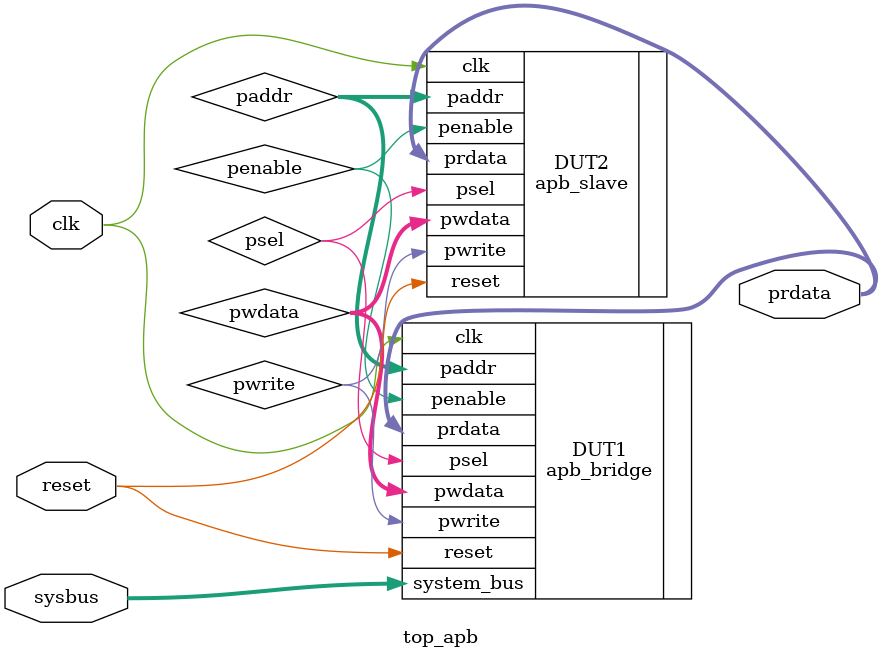
<source format=sv>

module top_apb(clk,reset,sysbus,prdata);
input clk,reset;
output reg [7:0] prdata;
input [20:0] sysbus;

wire psel,penable,pwrite;
wire [7:0] paddr;
wire [7:0] pwdata;

apb_bridge DUT1( .psel(psel),// select signals
             .penable(penable),      // enable signal
              .pwrite(pwrite), // write signal
               .paddr(paddr),  // 8-bit address
              .pwdata(pwdata), // 8-bit data                    	
               .clk(clk),   // clock signal
                .reset(reset), // negedge reset
		.system_bus(sysbus),       
	         .prdata(prdata)    
);

apb_slave DUT2( .prdata(prdata), //dataout from slave 
               .penable(penable),// to enable read or write
               .pwrite(pwrite), // control signal 
                .psel(psel),  // select signal
                .clk(clk),   // posedge clk
                 .reset(reset), // negedge reset              
                 .paddr(paddr),  // 8-bit address            
                  .pwdata(pwdata)  // 8-bit write data
);
endmodule

</source>
